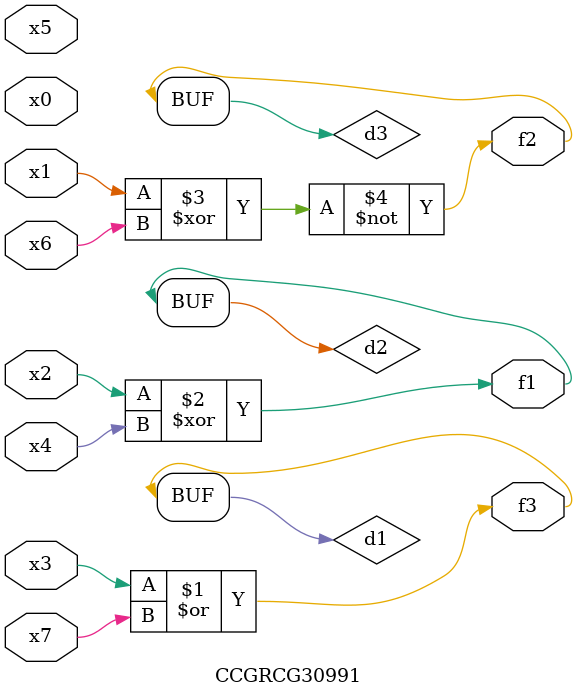
<source format=v>
module CCGRCG30991(
	input x0, x1, x2, x3, x4, x5, x6, x7,
	output f1, f2, f3
);

	wire d1, d2, d3;

	or (d1, x3, x7);
	xor (d2, x2, x4);
	xnor (d3, x1, x6);
	assign f1 = d2;
	assign f2 = d3;
	assign f3 = d1;
endmodule

</source>
